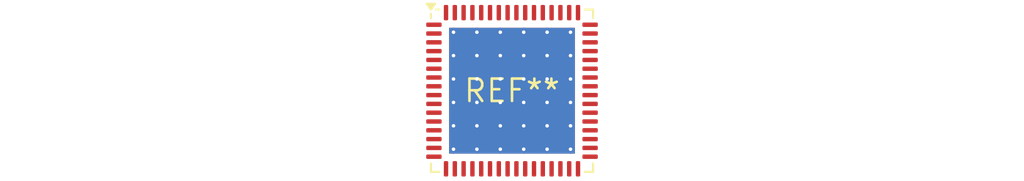
<source format=kicad_pcb>
(kicad_pcb (version 20240108) (generator pcbnew)
  (layers (0 "F.Cu" signal) (31 "B.Cu" signal) (34 "B.Paste" user) (35 "F.Paste" user) (36 "B.SilkS" user "B.Silkscreen") (37 "F.SilkS" user "F.Silkscreen") (38 "B.Mask" user) (39 "F.Mask" user) (44 "Edge.Cuts" user))
  (net 0 "")
  (footprint "QFN-64-1EP_9x9mm_P0.5mm_EP7.15x7.15mm_ThermalVias" (layer "F.Cu") (at 0 0)
    (property "Reference" "REF**")
    (property "Value" "QFN-64-1EP_9x9mm_P0.5mm_EP7.15x7.15mm_ThermalVias")
    (fp_line (start -4.61 -4.135) (end -4.61 -4.37) (layer "F.SilkS") (stroke (width 0.12)))
    (fp_line (start -4.61 4.61) (end -4.61 4.135) (layer "F.SilkS") (stroke (width 0.12)))
    (fp_line (start -4.135 -4.61) (end -4.31 -4.61) (layer "F.SilkS") (stroke (width 0.12)))
    (fp_line (start -4.135 4.61) (end -4.61 4.61) (layer "F.SilkS") (stroke (width 0.12)))
    (fp_line (start 4.135 -4.61) (end 4.61 -4.61) (layer "F.SilkS") (stroke (width 0.12)))
    (fp_line (start 4.135 4.61) (end 4.61 4.61) (layer "F.SilkS") (stroke (width 0.12)))
    (fp_line (start 4.61 -4.61) (end 4.61 -4.135) (layer "F.SilkS") (stroke (width 0.12)))
    (fp_line (start 4.61 4.61) (end 4.61 4.135) (layer "F.SilkS") (stroke (width 0.12)))
    (fp_poly (pts (xy -4.61 -4.61) (xy -4.85 -4.94) (xy -4.37 -4.94) (xy -4.61 -4.61)) (layer "F.SilkS") (stroke (width 0.12)) (fill solid))
    (pad "1" smd roundrect (at -4.4375 -3.75) (size 0.875 0.25) (layers "F.Cu" "F.Paste" "F.Mask"))
    (pad "2" smd roundrect (at -4.4375 -3.25) (size 0.875 0.25) (layers "F.Cu" "F.Paste" "F.Mask"))
    (pad "3" smd roundrect (at -4.4375 -2.75) (size 0.875 0.25) (layers "F.Cu" "F.Paste" "F.Mask"))
    (pad "4" smd roundrect (at -4.4375 -2.25) (size 0.875 0.25) (layers "F.Cu" "F.Paste" "F.Mask"))
    (pad "5" smd roundrect (at -4.4375 -1.75) (size 0.875 0.25) (layers "F.Cu" "F.Paste" "F.Mask"))
    (pad "6" smd roundrect (at -4.4375 -1.25) (size 0.875 0.25) (layers "F.Cu" "F.Paste" "F.Mask"))
    (pad "7" smd roundrect (at -4.4375 -0.75) (size 0.875 0.25) (layers "F.Cu" "F.Paste" "F.Mask"))
    (pad "8" smd roundrect (at -4.4375 -0.25) (size 0.875 0.25) (layers "F.Cu" "F.Paste" "F.Mask"))
    (pad "9" smd roundrect (at -4.4375 0.25) (size 0.875 0.25) (layers "F.Cu" "F.Paste" "F.Mask"))
    (pad "10" smd roundrect (at -4.4375 0.75) (size 0.875 0.25) (layers "F.Cu" "F.Paste" "F.Mask"))
    (pad "11" smd roundrect (at -4.4375 1.25) (size 0.875 0.25) (layers "F.Cu" "F.Paste" "F.Mask"))
    (pad "12" smd roundrect (at -4.4375 1.75) (size 0.875 0.25) (layers "F.Cu" "F.Paste" "F.Mask"))
    (pad "13" smd roundrect (at -4.4375 2.25) (size 0.875 0.25) (layers "F.Cu" "F.Paste" "F.Mask"))
    (pad "14" smd roundrect (at -4.4375 2.75) (size 0.875 0.25) (layers "F.Cu" "F.Paste" "F.Mask"))
    (pad "15" smd roundrect (at -4.4375 3.25) (size 0.875 0.25) (layers "F.Cu" "F.Paste" "F.Mask"))
    (pad "16" smd roundrect (at -4.4375 3.75) (size 0.875 0.25) (layers "F.Cu" "F.Paste" "F.Mask"))
    (pad "17" smd roundrect (at -3.75 4.4375) (size 0.25 0.875) (layers "F.Cu" "F.Paste" "F.Mask"))
    (pad "18" smd roundrect (at -3.25 4.4375) (size 0.25 0.875) (layers "F.Cu" "F.Paste" "F.Mask"))
    (pad "19" smd roundrect (at -2.75 4.4375) (size 0.25 0.875) (layers "F.Cu" "F.Paste" "F.Mask"))
    (pad "20" smd roundrect (at -2.25 4.4375) (size 0.25 0.875) (layers "F.Cu" "F.Paste" "F.Mask"))
    (pad "21" smd roundrect (at -1.75 4.4375) (size 0.25 0.875) (layers "F.Cu" "F.Paste" "F.Mask"))
    (pad "22" smd roundrect (at -1.25 4.4375) (size 0.25 0.875) (layers "F.Cu" "F.Paste" "F.Mask"))
    (pad "23" smd roundrect (at -0.75 4.4375) (size 0.25 0.875) (layers "F.Cu" "F.Paste" "F.Mask"))
    (pad "24" smd roundrect (at -0.25 4.4375) (size 0.25 0.875) (layers "F.Cu" "F.Paste" "F.Mask"))
    (pad "25" smd roundrect (at 0.25 4.4375) (size 0.25 0.875) (layers "F.Cu" "F.Paste" "F.Mask"))
    (pad "26" smd roundrect (at 0.75 4.4375) (size 0.25 0.875) (layers "F.Cu" "F.Paste" "F.Mask"))
    (pad "27" smd roundrect (at 1.25 4.4375) (size 0.25 0.875) (layers "F.Cu" "F.Paste" "F.Mask"))
    (pad "28" smd roundrect (at 1.75 4.4375) (size 0.25 0.875) (layers "F.Cu" "F.Paste" "F.Mask"))
    (pad "29" smd roundrect (at 2.25 4.4375) (size 0.25 0.875) (layers "F.Cu" "F.Paste" "F.Mask"))
    (pad "30" smd roundrect (at 2.75 4.4375) (size 0.25 0.875) (layers "F.Cu" "F.Paste" "F.Mask"))
    (pad "31" smd roundrect (at 3.25 4.4375) (size 0.25 0.875) (layers "F.Cu" "F.Paste" "F.Mask"))
    (pad "32" smd roundrect (at 3.75 4.4375) (size 0.25 0.875) (layers "F.Cu" "F.Paste" "F.Mask"))
    (pad "33" smd roundrect (at 4.4375 3.75) (size 0.875 0.25) (layers "F.Cu" "F.Paste" "F.Mask"))
    (pad "34" smd roundrect (at 4.4375 3.25) (size 0.875 0.25) (layers "F.Cu" "F.Paste" "F.Mask"))
    (pad "35" smd roundrect (at 4.4375 2.75) (size 0.875 0.25) (layers "F.Cu" "F.Paste" "F.Mask"))
    (pad "36" smd roundrect (at 4.4375 2.25) (size 0.875 0.25) (layers "F.Cu" "F.Paste" "F.Mask"))
    (pad "37" smd roundrect (at 4.4375 1.75) (size 0.875 0.25) (layers "F.Cu" "F.Paste" "F.Mask"))
    (pad "38" smd roundrect (at 4.4375 1.25) (size 0.875 0.25) (layers "F.Cu" "F.Paste" "F.Mask"))
    (pad "39" smd roundrect (at 4.4375 0.75) (size 0.875 0.25) (layers "F.Cu" "F.Paste" "F.Mask"))
    (pad "40" smd roundrect (at 4.4375 0.25) (size 0.875 0.25) (layers "F.Cu" "F.Paste" "F.Mask"))
    (pad "41" smd roundrect (at 4.4375 -0.25) (size 0.875 0.25) (layers "F.Cu" "F.Paste" "F.Mask"))
    (pad "42" smd roundrect (at 4.4375 -0.75) (size 0.875 0.25) (layers "F.Cu" "F.Paste" "F.Mask"))
    (pad "43" smd roundrect (at 4.4375 -1.25) (size 0.875 0.25) (layers "F.Cu" "F.Paste" "F.Mask"))
    (pad "44" smd roundrect (at 4.4375 -1.75) (size 0.875 0.25) (layers "F.Cu" "F.Paste" "F.Mask"))
    (pad "45" smd roundrect (at 4.4375 -2.25) (size 0.875 0.25) (layers "F.Cu" "F.Paste" "F.Mask"))
    (pad "46" smd roundrect (at 4.4375 -2.75) (size 0.875 0.25) (layers "F.Cu" "F.Paste" "F.Mask"))
    (pad "47" smd roundrect (at 4.4375 -3.25) (size 0.875 0.25) (layers "F.Cu" "F.Paste" "F.Mask"))
    (pad "48" smd roundrect (at 4.4375 -3.75) (size 0.875 0.25) (layers "F.Cu" "F.Paste" "F.Mask"))
    (pad "49" smd roundrect (at 3.75 -4.4375) (size 0.25 0.875) (layers "F.Cu" "F.Paste" "F.Mask"))
    (pad "50" smd roundrect (at 3.25 -4.4375) (size 0.25 0.875) (layers "F.Cu" "F.Paste" "F.Mask"))
    (pad "51" smd roundrect (at 2.75 -4.4375) (size 0.25 0.875) (layers "F.Cu" "F.Paste" "F.Mask"))
    (pad "52" smd roundrect (at 2.25 -4.4375) (size 0.25 0.875) (layers "F.Cu" "F.Paste" "F.Mask"))
    (pad "53" smd roundrect (at 1.75 -4.4375) (size 0.25 0.875) (layers "F.Cu" "F.Paste" "F.Mask"))
    (pad "54" smd roundrect (at 1.25 -4.4375) (size 0.25 0.875) (layers "F.Cu" "F.Paste" "F.Mask"))
    (pad "55" smd roundrect (at 0.75 -4.4375) (size 0.25 0.875) (layers "F.Cu" "F.Paste" "F.Mask"))
    (pad "56" smd roundrect (at 0.25 -4.4375) (size 0.25 0.875) (layers "F.Cu" "F.Paste" "F.Mask"))
    (pad "57" smd roundrect (at -0.25 -4.4375) (size 0.25 0.875) (layers "F.Cu" "F.Paste" "F.Mask"))
    (pad "58" smd roundrect (at -0.75 -4.4375) (size 0.25 0.875) (layers "F.Cu" "F.Paste" "F.Mask"))
    (pad "59" smd roundrect (at -1.25 -4.4375) (size 0.25 0.875) (layers "F.Cu" "F.Paste" "F.Mask"))
    (pad "60" smd roundrect (at -1.75 -4.4375) (size 0.25 0.875) (layers "F.Cu" "F.Paste" "F.Mask"))
    (pad "61" smd roundrect (at -2.25 -4.4375) (size 0.25 0.875) (layers "F.Cu" "F.Paste" "F.Mask"))
    (pad "62" smd roundrect (at -2.75 -4.4375) (size 0.25 0.875) (layers "F.Cu" "F.Paste" "F.Mask"))
    (pad "63" smd roundrect (at -3.25 -4.4375) (size 0.25 0.875) (layers "F.Cu" "F.Paste" "F.Mask"))
    (pad "64" smd roundrect (at -3.75 -4.4375) (size 0.25 0.875) (layers "F.Cu" "F.Paste" "F.Mask"))
    (pad "65" thru_hole circle (at -3.325 -3.325) (size 0.5 0.5) (drill 0.2) (property pad_prop_heatsink) (layers *.Cu) (remove_unused_layers))
    (pad "65" thru_hole circle (at -3.325 -1.995) (size 0.5 0.5) (drill 0.2) (property pad_prop_heatsink) (layers *.Cu) (remove_unused_layers))
    (pad "65" thru_hole circle (at -3.325 -0.665) (size 0.5 0.5) (drill 0.2) (property pad_prop_heatsink) (layers *.Cu) (remove_unused_layers))
    (pad "65" thru_hole circle (at -3.325 0.665) (size 0.5 0.5) (drill 0.2) (property pad_prop_heatsink) (layers *.Cu) (remove_unused_layers))
    (pad "65" thru_hole circle (at -3.325 1.995) (size 0.5 0.5) (drill 0.2) (property pad_prop_heatsink) (layers *.Cu) (remove_unused_layers))
    (pad "65" thru_hole circle (at -3.325 3.325) (size 0.5 0.5) (drill 0.2) (property pad_prop_heatsink) (layers *.Cu) (remove_unused_layers))
    (pad "65" thru_hole circle (at -1.995 -3.325) (size 0.5 0.5) (drill 0.2) (property pad_prop_heatsink) (layers *.Cu) (remove_unused_layers))
    (pad "65" thru_hole circle (at -1.995 -1.995) (size 0.5 0.5) (drill 0.2) (property pad_prop_heatsink) (layers *.Cu) (remove_unused_layers))
    (pad "65" thru_hole circle (at -1.995 -0.665) (size 0.5 0.5) (drill 0.2) (property pad_prop_heatsink) (layers *.Cu) (remove_unused_layers))
    (pad "65" thru_hole circle (at -1.995 0.665) (size 0.5 0.5) (drill 0.2) (property pad_prop_heatsink) (layers *.Cu) (remove_unused_layers))
    (pad "65" thru_hole circle (at -1.995 1.995) (size 0.5 0.5) (drill 0.2) (property pad_prop_heatsink) (layers *.Cu) (remove_unused_layers))
    (pad "65" thru_hole circle (at -1.995 3.325) (size 0.5 0.5) (drill 0.2) (property pad_prop_heatsink) (layers *.Cu) (remove_unused_layers))
    (pad "65" thru_hole circle (at -0.665 -3.325) (size 0.5 0.5) (drill 0.2) (property pad_prop_heatsink) (layers *.Cu) (remove_unused_layers))
    (pad "65" thru_hole circle (at -0.665 -1.995) (size 0.5 0.5) (drill 0.2) (property pad_prop_heatsink) (layers *.Cu) (remove_unused_layers))
    (pad "65" thru_hole circle (at -0.665 -0.665) (size 0.5 0.5) (drill 0.2) (property pad_prop_heatsink) (layers *.Cu) (remove_unused_layers))
    (pad "65" thru_hole circle (at -0.665 0.665) (size 0.5 0.5) (drill 0.2) (property pad_prop_heatsink) (layers *.Cu) (remove_unused_layers))
    (pad "65" thru_hole circle (at -0.665 1.995) (size 0.5 0.5) (drill 0.2) (property pad_prop_heatsink) (layers *.Cu) (remove_unused_layers))
    (pad "65" thru_hole circle (at -0.665 3.325) (size 0.5 0.5) (drill 0.2) (property pad_prop_heatsink) (layers *.Cu) (remove_unused_layers))
    (pad "65" smd rect (at 0 0) (size 7.15 7.15) (property pad_prop_heatsink) (layers "F.Cu" "F.Mask"))
    (pad "65" smd rect (at 0 0) (size 7.15 7.15) (property pad_prop_heatsink) (layers "B.Cu"))
    (pad "65" thru_hole circle (at 0.665 -3.325) (size 0.5 0.5) (drill 0.2) (property pad_prop_heatsink) (layers *.Cu) (remove_unused_layers))
    (pad "65" thru_hole circle (at 0.665 -1.995) (size 0.5 0.5) (drill 0.2) (property pad_prop_heatsink) (layers *.Cu) (remove_unused_layers))
    (pad "65" thru_hole circle (at 0.665 -0.665) (size 0.5 0.5) (drill 0.2) (property pad_prop_heatsink) (layers *.Cu) (remove_unused_layers))
    (pad "65" thru_hole circle (at 0.665 0.665) (size 0.5 0.5) (drill 0.2) (property pad_prop_heatsink) (layers *.Cu) (remove_unused_layers))
    (pad "65" thru_hole circle (at 0.665 1.995) (size 0.5 0.5) (drill 0.2) (property pad_prop_heatsink) (layers *.Cu) (remove_unused_layers))
    (pad "65" thru_hole circle (at 0.665 3.325) (size 0.5 0.5) (drill 0.2) (property pad_prop_heatsink) (layers *.Cu) (remove_unused_layers))
    (pad "65" thru_hole circle (at 1.995 -3.325) (size 0.5 0.5) (drill 0.2) (property pad_prop_heatsink) (layers *.Cu) (remove_unused_layers))
    (pad "65" thru_hole circle (at 1.995 -1.995) (size 0.5 0.5) (drill 0.2) (property pad_prop_heatsink) (layers *.Cu) (remove_unused_layers))
    (pad "65" thru_hole circle (at 1.995 -0.665) (size 0.5 0.5) (drill 0.2) (property pad_prop_heatsink) (layers *.Cu) (remove_unused_layers))
    (pad "65" thru_hole circle (at 1.995 0.665) (size 0.5 0.5) (drill 0.2) (property pad_prop_heatsink) (layers *.Cu) (remove_unused_layers))
    (pad "65" thru_hole circle (at 1.995 1.995) (size 0.5 0.5) (drill 0.2) (property pad_prop_heatsink) (layers *.Cu) (remove_unused_layers))
    (pad "65" thru_hole circle (at 1.995 3.325) (size 0.5 0.5) (drill 0.2) (property pad_prop_heatsink) (layers *.Cu) (remove_unused_layers))
    (pad "65" thru_hole circle (at 3.325 -3.325) (size 0.5 0.5) (drill 0.2) (property pad_prop_heatsink) (layers *.Cu) (remove_unused_layers))
    (pad "65" thru_hole circle (at 3.325 -1.995) (size 0.5 0.5) (drill 0.2) (property pad_prop_heatsink) (layers *.Cu) (remove_unused_layers))
    (pad "65" thru_hole circle (at 3.325 -0.665) (size 0.5 0.5) (drill 0.2) (property pad_prop_heatsink) (layers *.Cu) (remove_unused_layers))
    (pad "65" thru_hole circle (at 3.325 0.665) (size 0.5 0.5) (drill 0.2) (property pad_prop_heatsink) (layers *.Cu) (remove_unused_layers))
    (pad "65" thru_hole circle (at 3.325 1.995) (size 0.5 0.5) (drill 0.2) (property pad_prop_heatsink) (layers *.Cu) (remove_unused_layers))
    (pad "65" thru_hole circle (at 3.325 3.325) (size 0.5 0.5) (drill 0.2) (property pad_prop_heatsink) (layers *.Cu) (remove_unused_layers))
  )
)
</source>
